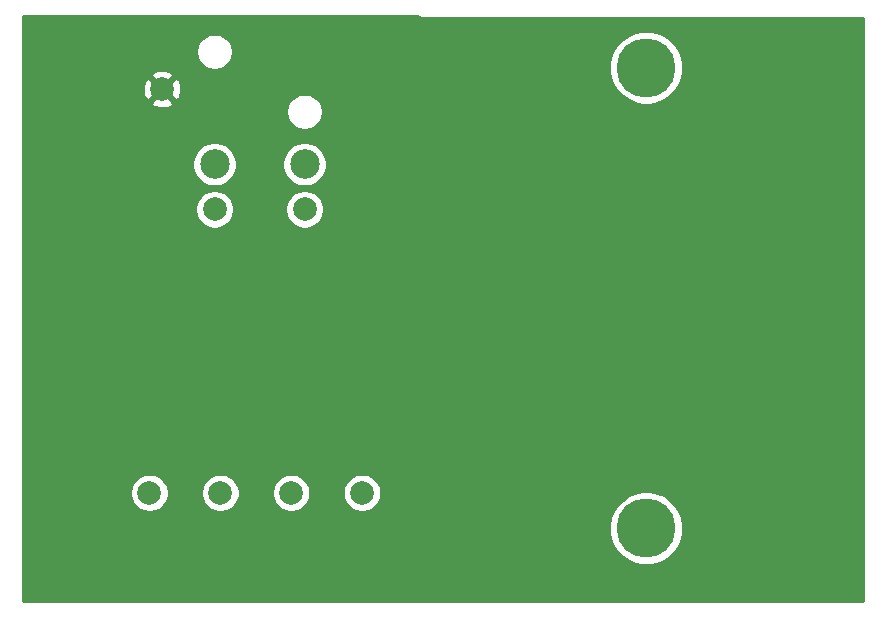
<source format=gbr>
%TF.GenerationSoftware,KiCad,Pcbnew,(5.1.10)-1*%
%TF.CreationDate,2022-11-15T17:47:35-07:00*%
%TF.ProjectId,Stepper_to_XLR4,53746570-7065-4725-9f74-6f5f584c5234,rev?*%
%TF.SameCoordinates,Original*%
%TF.FileFunction,Copper,L2,Bot*%
%TF.FilePolarity,Positive*%
%FSLAX46Y46*%
G04 Gerber Fmt 4.6, Leading zero omitted, Abs format (unit mm)*
G04 Created by KiCad (PCBNEW (5.1.10)-1) date 2022-11-15 17:47:35*
%MOMM*%
%LPD*%
G01*
G04 APERTURE LIST*
%TA.AperFunction,WasherPad*%
%ADD10C,5.000000*%
%TD*%
%TA.AperFunction,ComponentPad*%
%ADD11C,2.000000*%
%TD*%
%TA.AperFunction,ComponentPad*%
%ADD12C,2.500000*%
%TD*%
%TA.AperFunction,Conductor*%
%ADD13C,0.254000*%
%TD*%
%TA.AperFunction,Conductor*%
%ADD14C,0.100000*%
%TD*%
G04 APERTURE END LIST*
D10*
%TO.P,MH4,*%
%TO.N,*%
X19050000Y-44000000D03*
%TD*%
%TO.P,MH1,*%
%TO.N,*%
X19050000Y-5000000D03*
%TD*%
D11*
%TO.P,J1,4*%
%TO.N,Net-(J1-Pad4)*%
X-5000000Y-41000000D03*
%TO.P,J1,3*%
%TO.N,Net-(J1-Pad3)*%
X-11000000Y-41000000D03*
%TO.P,J1,2*%
%TO.N,Net-(J1-Pad2)*%
X-17000000Y-41000000D03*
%TO.P,J1,1*%
%TO.N,Net-(J1-Pad1)*%
X-23000000Y-41000000D03*
%TD*%
%TO.P,PS1,5*%
%TO.N,GND*%
X-21930000Y-6815000D03*
%TO.P,PS1,4*%
%TO.N,Net-(J1-Pad4)*%
X-9870000Y-16985000D03*
D12*
%TO.P,PS1,3*%
%TO.N,Net-(J1-Pad3)*%
X-9870000Y-13170000D03*
%TO.P,PS1,2*%
%TO.N,Net-(J1-Pad2)*%
X-17490000Y-13170000D03*
D11*
%TO.P,PS1,1*%
%TO.N,Net-(J1-Pad1)*%
X-17490000Y-16985000D03*
%TD*%
D13*
%TO.N,GND*%
X-292247Y-705546D02*
X-148986Y-749003D01*
X-37333Y-760000D01*
X37440001Y-760000D01*
X37440000Y-50140000D01*
X-33740000Y-50140000D01*
X-33740000Y-43691229D01*
X15915000Y-43691229D01*
X15915000Y-44308771D01*
X16035476Y-44914446D01*
X16271799Y-45484979D01*
X16614886Y-45998446D01*
X17051554Y-46435114D01*
X17565021Y-46778201D01*
X18135554Y-47014524D01*
X18741229Y-47135000D01*
X19358771Y-47135000D01*
X19964446Y-47014524D01*
X20534979Y-46778201D01*
X21048446Y-46435114D01*
X21485114Y-45998446D01*
X21828201Y-45484979D01*
X22064524Y-44914446D01*
X22185000Y-44308771D01*
X22185000Y-43691229D01*
X22064524Y-43085554D01*
X21828201Y-42515021D01*
X21485114Y-42001554D01*
X21048446Y-41564886D01*
X20534979Y-41221799D01*
X19964446Y-40985476D01*
X19358771Y-40865000D01*
X18741229Y-40865000D01*
X18135554Y-40985476D01*
X17565021Y-41221799D01*
X17051554Y-41564886D01*
X16614886Y-42001554D01*
X16271799Y-42515021D01*
X16035476Y-43085554D01*
X15915000Y-43691229D01*
X-33740000Y-43691229D01*
X-33740000Y-40838967D01*
X-24635000Y-40838967D01*
X-24635000Y-41161033D01*
X-24572168Y-41476912D01*
X-24448918Y-41774463D01*
X-24269987Y-42042252D01*
X-24042252Y-42269987D01*
X-23774463Y-42448918D01*
X-23476912Y-42572168D01*
X-23161033Y-42635000D01*
X-22838967Y-42635000D01*
X-22523088Y-42572168D01*
X-22225537Y-42448918D01*
X-21957748Y-42269987D01*
X-21730013Y-42042252D01*
X-21551082Y-41774463D01*
X-21427832Y-41476912D01*
X-21365000Y-41161033D01*
X-21365000Y-40838967D01*
X-18635000Y-40838967D01*
X-18635000Y-41161033D01*
X-18572168Y-41476912D01*
X-18448918Y-41774463D01*
X-18269987Y-42042252D01*
X-18042252Y-42269987D01*
X-17774463Y-42448918D01*
X-17476912Y-42572168D01*
X-17161033Y-42635000D01*
X-16838967Y-42635000D01*
X-16523088Y-42572168D01*
X-16225537Y-42448918D01*
X-15957748Y-42269987D01*
X-15730013Y-42042252D01*
X-15551082Y-41774463D01*
X-15427832Y-41476912D01*
X-15365000Y-41161033D01*
X-15365000Y-40838967D01*
X-12635000Y-40838967D01*
X-12635000Y-41161033D01*
X-12572168Y-41476912D01*
X-12448918Y-41774463D01*
X-12269987Y-42042252D01*
X-12042252Y-42269987D01*
X-11774463Y-42448918D01*
X-11476912Y-42572168D01*
X-11161033Y-42635000D01*
X-10838967Y-42635000D01*
X-10523088Y-42572168D01*
X-10225537Y-42448918D01*
X-9957748Y-42269987D01*
X-9730013Y-42042252D01*
X-9551082Y-41774463D01*
X-9427832Y-41476912D01*
X-9365000Y-41161033D01*
X-9365000Y-40838967D01*
X-6635000Y-40838967D01*
X-6635000Y-41161033D01*
X-6572168Y-41476912D01*
X-6448918Y-41774463D01*
X-6269987Y-42042252D01*
X-6042252Y-42269987D01*
X-5774463Y-42448918D01*
X-5476912Y-42572168D01*
X-5161033Y-42635000D01*
X-4838967Y-42635000D01*
X-4523088Y-42572168D01*
X-4225537Y-42448918D01*
X-3957748Y-42269987D01*
X-3730013Y-42042252D01*
X-3551082Y-41774463D01*
X-3427832Y-41476912D01*
X-3365000Y-41161033D01*
X-3365000Y-40838967D01*
X-3427832Y-40523088D01*
X-3551082Y-40225537D01*
X-3730013Y-39957748D01*
X-3957748Y-39730013D01*
X-4225537Y-39551082D01*
X-4523088Y-39427832D01*
X-4838967Y-39365000D01*
X-5161033Y-39365000D01*
X-5476912Y-39427832D01*
X-5774463Y-39551082D01*
X-6042252Y-39730013D01*
X-6269987Y-39957748D01*
X-6448918Y-40225537D01*
X-6572168Y-40523088D01*
X-6635000Y-40838967D01*
X-9365000Y-40838967D01*
X-9427832Y-40523088D01*
X-9551082Y-40225537D01*
X-9730013Y-39957748D01*
X-9957748Y-39730013D01*
X-10225537Y-39551082D01*
X-10523088Y-39427832D01*
X-10838967Y-39365000D01*
X-11161033Y-39365000D01*
X-11476912Y-39427832D01*
X-11774463Y-39551082D01*
X-12042252Y-39730013D01*
X-12269987Y-39957748D01*
X-12448918Y-40225537D01*
X-12572168Y-40523088D01*
X-12635000Y-40838967D01*
X-15365000Y-40838967D01*
X-15427832Y-40523088D01*
X-15551082Y-40225537D01*
X-15730013Y-39957748D01*
X-15957748Y-39730013D01*
X-16225537Y-39551082D01*
X-16523088Y-39427832D01*
X-16838967Y-39365000D01*
X-17161033Y-39365000D01*
X-17476912Y-39427832D01*
X-17774463Y-39551082D01*
X-18042252Y-39730013D01*
X-18269987Y-39957748D01*
X-18448918Y-40225537D01*
X-18572168Y-40523088D01*
X-18635000Y-40838967D01*
X-21365000Y-40838967D01*
X-21427832Y-40523088D01*
X-21551082Y-40225537D01*
X-21730013Y-39957748D01*
X-21957748Y-39730013D01*
X-22225537Y-39551082D01*
X-22523088Y-39427832D01*
X-22838967Y-39365000D01*
X-23161033Y-39365000D01*
X-23476912Y-39427832D01*
X-23774463Y-39551082D01*
X-24042252Y-39730013D01*
X-24269987Y-39957748D01*
X-24448918Y-40225537D01*
X-24572168Y-40523088D01*
X-24635000Y-40838967D01*
X-33740000Y-40838967D01*
X-33740000Y-16823967D01*
X-19125000Y-16823967D01*
X-19125000Y-17146033D01*
X-19062168Y-17461912D01*
X-18938918Y-17759463D01*
X-18759987Y-18027252D01*
X-18532252Y-18254987D01*
X-18264463Y-18433918D01*
X-17966912Y-18557168D01*
X-17651033Y-18620000D01*
X-17328967Y-18620000D01*
X-17013088Y-18557168D01*
X-16715537Y-18433918D01*
X-16447748Y-18254987D01*
X-16220013Y-18027252D01*
X-16041082Y-17759463D01*
X-15917832Y-17461912D01*
X-15855000Y-17146033D01*
X-15855000Y-16823967D01*
X-11505000Y-16823967D01*
X-11505000Y-17146033D01*
X-11442168Y-17461912D01*
X-11318918Y-17759463D01*
X-11139987Y-18027252D01*
X-10912252Y-18254987D01*
X-10644463Y-18433918D01*
X-10346912Y-18557168D01*
X-10031033Y-18620000D01*
X-9708967Y-18620000D01*
X-9393088Y-18557168D01*
X-9095537Y-18433918D01*
X-8827748Y-18254987D01*
X-8600013Y-18027252D01*
X-8421082Y-17759463D01*
X-8297832Y-17461912D01*
X-8235000Y-17146033D01*
X-8235000Y-16823967D01*
X-8297832Y-16508088D01*
X-8421082Y-16210537D01*
X-8600013Y-15942748D01*
X-8827748Y-15715013D01*
X-9095537Y-15536082D01*
X-9393088Y-15412832D01*
X-9708967Y-15350000D01*
X-10031033Y-15350000D01*
X-10346912Y-15412832D01*
X-10644463Y-15536082D01*
X-10912252Y-15715013D01*
X-11139987Y-15942748D01*
X-11318918Y-16210537D01*
X-11442168Y-16508088D01*
X-11505000Y-16823967D01*
X-15855000Y-16823967D01*
X-15917832Y-16508088D01*
X-16041082Y-16210537D01*
X-16220013Y-15942748D01*
X-16447748Y-15715013D01*
X-16715537Y-15536082D01*
X-17013088Y-15412832D01*
X-17328967Y-15350000D01*
X-17651033Y-15350000D01*
X-17966912Y-15412832D01*
X-18264463Y-15536082D01*
X-18532252Y-15715013D01*
X-18759987Y-15942748D01*
X-18938918Y-16210537D01*
X-19062168Y-16508088D01*
X-19125000Y-16823967D01*
X-33740000Y-16823967D01*
X-33740000Y-12984344D01*
X-19375000Y-12984344D01*
X-19375000Y-13355656D01*
X-19302561Y-13719834D01*
X-19160466Y-14062882D01*
X-18954175Y-14371618D01*
X-18691618Y-14634175D01*
X-18382882Y-14840466D01*
X-18039834Y-14982561D01*
X-17675656Y-15055000D01*
X-17304344Y-15055000D01*
X-16940166Y-14982561D01*
X-16597118Y-14840466D01*
X-16288382Y-14634175D01*
X-16025825Y-14371618D01*
X-15819534Y-14062882D01*
X-15677439Y-13719834D01*
X-15605000Y-13355656D01*
X-15605000Y-12984344D01*
X-11755000Y-12984344D01*
X-11755000Y-13355656D01*
X-11682561Y-13719834D01*
X-11540466Y-14062882D01*
X-11334175Y-14371618D01*
X-11071618Y-14634175D01*
X-10762882Y-14840466D01*
X-10419834Y-14982561D01*
X-10055656Y-15055000D01*
X-9684344Y-15055000D01*
X-9320166Y-14982561D01*
X-8977118Y-14840466D01*
X-8668382Y-14634175D01*
X-8405825Y-14371618D01*
X-8199534Y-14062882D01*
X-8057439Y-13719834D01*
X-7985000Y-13355656D01*
X-7985000Y-12984344D01*
X-8057439Y-12620166D01*
X-8199534Y-12277118D01*
X-8405825Y-11968382D01*
X-8668382Y-11705825D01*
X-8977118Y-11499534D01*
X-9320166Y-11357439D01*
X-9684344Y-11285000D01*
X-10055656Y-11285000D01*
X-10419834Y-11357439D01*
X-10762882Y-11499534D01*
X-11071618Y-11705825D01*
X-11334175Y-11968382D01*
X-11540466Y-12277118D01*
X-11682561Y-12620166D01*
X-11755000Y-12984344D01*
X-15605000Y-12984344D01*
X-15677439Y-12620166D01*
X-15819534Y-12277118D01*
X-16025825Y-11968382D01*
X-16288382Y-11705825D01*
X-16597118Y-11499534D01*
X-16940166Y-11357439D01*
X-17304344Y-11285000D01*
X-17675656Y-11285000D01*
X-18039834Y-11357439D01*
X-18382882Y-11499534D01*
X-18691618Y-11705825D01*
X-18954175Y-11968382D01*
X-19160466Y-12277118D01*
X-19302561Y-12620166D01*
X-19375000Y-12984344D01*
X-33740000Y-12984344D01*
X-33740000Y-8573816D01*
X-11405000Y-8573816D01*
X-11405000Y-8876184D01*
X-11346011Y-9172743D01*
X-11230299Y-9452095D01*
X-11062312Y-9703505D01*
X-10848505Y-9917312D01*
X-10597095Y-10085299D01*
X-10317743Y-10201011D01*
X-10021184Y-10260000D01*
X-9718816Y-10260000D01*
X-9422257Y-10201011D01*
X-9142905Y-10085299D01*
X-8891495Y-9917312D01*
X-8677688Y-9703505D01*
X-8509701Y-9452095D01*
X-8393989Y-9172743D01*
X-8335000Y-8876184D01*
X-8335000Y-8573816D01*
X-8393989Y-8277257D01*
X-8509701Y-7997905D01*
X-8677688Y-7746495D01*
X-8891495Y-7532688D01*
X-9142905Y-7364701D01*
X-9422257Y-7248989D01*
X-9718816Y-7190000D01*
X-10021184Y-7190000D01*
X-10317743Y-7248989D01*
X-10597095Y-7364701D01*
X-10848505Y-7532688D01*
X-11062312Y-7746495D01*
X-11230299Y-7997905D01*
X-11346011Y-8277257D01*
X-11405000Y-8573816D01*
X-33740000Y-8573816D01*
X-33740000Y-7950413D01*
X-22885808Y-7950413D01*
X-22790044Y-8214814D01*
X-22500429Y-8355704D01*
X-22188892Y-8437384D01*
X-21867405Y-8456718D01*
X-21548325Y-8412961D01*
X-21243912Y-8307795D01*
X-21069956Y-8214814D01*
X-20974192Y-7950413D01*
X-21930000Y-6994605D01*
X-22885808Y-7950413D01*
X-33740000Y-7950413D01*
X-33740000Y-6877595D01*
X-23571718Y-6877595D01*
X-23527961Y-7196675D01*
X-23422795Y-7501088D01*
X-23329814Y-7675044D01*
X-23065413Y-7770808D01*
X-22109605Y-6815000D01*
X-21750395Y-6815000D01*
X-20794587Y-7770808D01*
X-20530186Y-7675044D01*
X-20389296Y-7385429D01*
X-20307616Y-7073892D01*
X-20288282Y-6752405D01*
X-20332039Y-6433325D01*
X-20437205Y-6128912D01*
X-20530186Y-5954956D01*
X-20794587Y-5859192D01*
X-21750395Y-6815000D01*
X-22109605Y-6815000D01*
X-23065413Y-5859192D01*
X-23329814Y-5954956D01*
X-23470704Y-6244571D01*
X-23552384Y-6556108D01*
X-23571718Y-6877595D01*
X-33740000Y-6877595D01*
X-33740000Y-5679587D01*
X-22885808Y-5679587D01*
X-21930000Y-6635395D01*
X-20974192Y-5679587D01*
X-21069956Y-5415186D01*
X-21359571Y-5274296D01*
X-21671108Y-5192616D01*
X-21992595Y-5173282D01*
X-22311675Y-5217039D01*
X-22616088Y-5322205D01*
X-22790044Y-5415186D01*
X-22885808Y-5679587D01*
X-33740000Y-5679587D01*
X-33740000Y-3493816D01*
X-19025000Y-3493816D01*
X-19025000Y-3796184D01*
X-18966011Y-4092743D01*
X-18850299Y-4372095D01*
X-18682312Y-4623505D01*
X-18468505Y-4837312D01*
X-18217095Y-5005299D01*
X-17937743Y-5121011D01*
X-17641184Y-5180000D01*
X-17338816Y-5180000D01*
X-17042257Y-5121011D01*
X-16762905Y-5005299D01*
X-16511495Y-4837312D01*
X-16365412Y-4691229D01*
X15915000Y-4691229D01*
X15915000Y-5308771D01*
X16035476Y-5914446D01*
X16271799Y-6484979D01*
X16614886Y-6998446D01*
X17051554Y-7435114D01*
X17565021Y-7778201D01*
X18135554Y-8014524D01*
X18741229Y-8135000D01*
X19358771Y-8135000D01*
X19964446Y-8014524D01*
X20534979Y-7778201D01*
X21048446Y-7435114D01*
X21485114Y-6998446D01*
X21828201Y-6484979D01*
X22064524Y-5914446D01*
X22185000Y-5308771D01*
X22185000Y-4691229D01*
X22064524Y-4085554D01*
X21828201Y-3515021D01*
X21485114Y-3001554D01*
X21048446Y-2564886D01*
X20534979Y-2221799D01*
X19964446Y-1985476D01*
X19358771Y-1865000D01*
X18741229Y-1865000D01*
X18135554Y-1985476D01*
X17565021Y-2221799D01*
X17051554Y-2564886D01*
X16614886Y-3001554D01*
X16271799Y-3515021D01*
X16035476Y-4085554D01*
X15915000Y-4691229D01*
X-16365412Y-4691229D01*
X-16297688Y-4623505D01*
X-16129701Y-4372095D01*
X-16013989Y-4092743D01*
X-15955000Y-3796184D01*
X-15955000Y-3493816D01*
X-16013989Y-3197257D01*
X-16129701Y-2917905D01*
X-16297688Y-2666495D01*
X-16511495Y-2452688D01*
X-16762905Y-2284701D01*
X-17042257Y-2168989D01*
X-17338816Y-2110000D01*
X-17641184Y-2110000D01*
X-17937743Y-2168989D01*
X-18217095Y-2284701D01*
X-18468505Y-2452688D01*
X-18682312Y-2666495D01*
X-18850299Y-2917905D01*
X-18966011Y-3197257D01*
X-19025000Y-3493816D01*
X-33740000Y-3493816D01*
X-33740000Y-660000D01*
X-377456Y-660000D01*
X-292247Y-705546D01*
%TA.AperFunction,Conductor*%
D14*
G36*
X-292247Y-705546D02*
G01*
X-148986Y-749003D01*
X-37333Y-760000D01*
X37440001Y-760000D01*
X37440000Y-50140000D01*
X-33740000Y-50140000D01*
X-33740000Y-43691229D01*
X15915000Y-43691229D01*
X15915000Y-44308771D01*
X16035476Y-44914446D01*
X16271799Y-45484979D01*
X16614886Y-45998446D01*
X17051554Y-46435114D01*
X17565021Y-46778201D01*
X18135554Y-47014524D01*
X18741229Y-47135000D01*
X19358771Y-47135000D01*
X19964446Y-47014524D01*
X20534979Y-46778201D01*
X21048446Y-46435114D01*
X21485114Y-45998446D01*
X21828201Y-45484979D01*
X22064524Y-44914446D01*
X22185000Y-44308771D01*
X22185000Y-43691229D01*
X22064524Y-43085554D01*
X21828201Y-42515021D01*
X21485114Y-42001554D01*
X21048446Y-41564886D01*
X20534979Y-41221799D01*
X19964446Y-40985476D01*
X19358771Y-40865000D01*
X18741229Y-40865000D01*
X18135554Y-40985476D01*
X17565021Y-41221799D01*
X17051554Y-41564886D01*
X16614886Y-42001554D01*
X16271799Y-42515021D01*
X16035476Y-43085554D01*
X15915000Y-43691229D01*
X-33740000Y-43691229D01*
X-33740000Y-40838967D01*
X-24635000Y-40838967D01*
X-24635000Y-41161033D01*
X-24572168Y-41476912D01*
X-24448918Y-41774463D01*
X-24269987Y-42042252D01*
X-24042252Y-42269987D01*
X-23774463Y-42448918D01*
X-23476912Y-42572168D01*
X-23161033Y-42635000D01*
X-22838967Y-42635000D01*
X-22523088Y-42572168D01*
X-22225537Y-42448918D01*
X-21957748Y-42269987D01*
X-21730013Y-42042252D01*
X-21551082Y-41774463D01*
X-21427832Y-41476912D01*
X-21365000Y-41161033D01*
X-21365000Y-40838967D01*
X-18635000Y-40838967D01*
X-18635000Y-41161033D01*
X-18572168Y-41476912D01*
X-18448918Y-41774463D01*
X-18269987Y-42042252D01*
X-18042252Y-42269987D01*
X-17774463Y-42448918D01*
X-17476912Y-42572168D01*
X-17161033Y-42635000D01*
X-16838967Y-42635000D01*
X-16523088Y-42572168D01*
X-16225537Y-42448918D01*
X-15957748Y-42269987D01*
X-15730013Y-42042252D01*
X-15551082Y-41774463D01*
X-15427832Y-41476912D01*
X-15365000Y-41161033D01*
X-15365000Y-40838967D01*
X-12635000Y-40838967D01*
X-12635000Y-41161033D01*
X-12572168Y-41476912D01*
X-12448918Y-41774463D01*
X-12269987Y-42042252D01*
X-12042252Y-42269987D01*
X-11774463Y-42448918D01*
X-11476912Y-42572168D01*
X-11161033Y-42635000D01*
X-10838967Y-42635000D01*
X-10523088Y-42572168D01*
X-10225537Y-42448918D01*
X-9957748Y-42269987D01*
X-9730013Y-42042252D01*
X-9551082Y-41774463D01*
X-9427832Y-41476912D01*
X-9365000Y-41161033D01*
X-9365000Y-40838967D01*
X-6635000Y-40838967D01*
X-6635000Y-41161033D01*
X-6572168Y-41476912D01*
X-6448918Y-41774463D01*
X-6269987Y-42042252D01*
X-6042252Y-42269987D01*
X-5774463Y-42448918D01*
X-5476912Y-42572168D01*
X-5161033Y-42635000D01*
X-4838967Y-42635000D01*
X-4523088Y-42572168D01*
X-4225537Y-42448918D01*
X-3957748Y-42269987D01*
X-3730013Y-42042252D01*
X-3551082Y-41774463D01*
X-3427832Y-41476912D01*
X-3365000Y-41161033D01*
X-3365000Y-40838967D01*
X-3427832Y-40523088D01*
X-3551082Y-40225537D01*
X-3730013Y-39957748D01*
X-3957748Y-39730013D01*
X-4225537Y-39551082D01*
X-4523088Y-39427832D01*
X-4838967Y-39365000D01*
X-5161033Y-39365000D01*
X-5476912Y-39427832D01*
X-5774463Y-39551082D01*
X-6042252Y-39730013D01*
X-6269987Y-39957748D01*
X-6448918Y-40225537D01*
X-6572168Y-40523088D01*
X-6635000Y-40838967D01*
X-9365000Y-40838967D01*
X-9427832Y-40523088D01*
X-9551082Y-40225537D01*
X-9730013Y-39957748D01*
X-9957748Y-39730013D01*
X-10225537Y-39551082D01*
X-10523088Y-39427832D01*
X-10838967Y-39365000D01*
X-11161033Y-39365000D01*
X-11476912Y-39427832D01*
X-11774463Y-39551082D01*
X-12042252Y-39730013D01*
X-12269987Y-39957748D01*
X-12448918Y-40225537D01*
X-12572168Y-40523088D01*
X-12635000Y-40838967D01*
X-15365000Y-40838967D01*
X-15427832Y-40523088D01*
X-15551082Y-40225537D01*
X-15730013Y-39957748D01*
X-15957748Y-39730013D01*
X-16225537Y-39551082D01*
X-16523088Y-39427832D01*
X-16838967Y-39365000D01*
X-17161033Y-39365000D01*
X-17476912Y-39427832D01*
X-17774463Y-39551082D01*
X-18042252Y-39730013D01*
X-18269987Y-39957748D01*
X-18448918Y-40225537D01*
X-18572168Y-40523088D01*
X-18635000Y-40838967D01*
X-21365000Y-40838967D01*
X-21427832Y-40523088D01*
X-21551082Y-40225537D01*
X-21730013Y-39957748D01*
X-21957748Y-39730013D01*
X-22225537Y-39551082D01*
X-22523088Y-39427832D01*
X-22838967Y-39365000D01*
X-23161033Y-39365000D01*
X-23476912Y-39427832D01*
X-23774463Y-39551082D01*
X-24042252Y-39730013D01*
X-24269987Y-39957748D01*
X-24448918Y-40225537D01*
X-24572168Y-40523088D01*
X-24635000Y-40838967D01*
X-33740000Y-40838967D01*
X-33740000Y-16823967D01*
X-19125000Y-16823967D01*
X-19125000Y-17146033D01*
X-19062168Y-17461912D01*
X-18938918Y-17759463D01*
X-18759987Y-18027252D01*
X-18532252Y-18254987D01*
X-18264463Y-18433918D01*
X-17966912Y-18557168D01*
X-17651033Y-18620000D01*
X-17328967Y-18620000D01*
X-17013088Y-18557168D01*
X-16715537Y-18433918D01*
X-16447748Y-18254987D01*
X-16220013Y-18027252D01*
X-16041082Y-17759463D01*
X-15917832Y-17461912D01*
X-15855000Y-17146033D01*
X-15855000Y-16823967D01*
X-11505000Y-16823967D01*
X-11505000Y-17146033D01*
X-11442168Y-17461912D01*
X-11318918Y-17759463D01*
X-11139987Y-18027252D01*
X-10912252Y-18254987D01*
X-10644463Y-18433918D01*
X-10346912Y-18557168D01*
X-10031033Y-18620000D01*
X-9708967Y-18620000D01*
X-9393088Y-18557168D01*
X-9095537Y-18433918D01*
X-8827748Y-18254987D01*
X-8600013Y-18027252D01*
X-8421082Y-17759463D01*
X-8297832Y-17461912D01*
X-8235000Y-17146033D01*
X-8235000Y-16823967D01*
X-8297832Y-16508088D01*
X-8421082Y-16210537D01*
X-8600013Y-15942748D01*
X-8827748Y-15715013D01*
X-9095537Y-15536082D01*
X-9393088Y-15412832D01*
X-9708967Y-15350000D01*
X-10031033Y-15350000D01*
X-10346912Y-15412832D01*
X-10644463Y-15536082D01*
X-10912252Y-15715013D01*
X-11139987Y-15942748D01*
X-11318918Y-16210537D01*
X-11442168Y-16508088D01*
X-11505000Y-16823967D01*
X-15855000Y-16823967D01*
X-15917832Y-16508088D01*
X-16041082Y-16210537D01*
X-16220013Y-15942748D01*
X-16447748Y-15715013D01*
X-16715537Y-15536082D01*
X-17013088Y-15412832D01*
X-17328967Y-15350000D01*
X-17651033Y-15350000D01*
X-17966912Y-15412832D01*
X-18264463Y-15536082D01*
X-18532252Y-15715013D01*
X-18759987Y-15942748D01*
X-18938918Y-16210537D01*
X-19062168Y-16508088D01*
X-19125000Y-16823967D01*
X-33740000Y-16823967D01*
X-33740000Y-12984344D01*
X-19375000Y-12984344D01*
X-19375000Y-13355656D01*
X-19302561Y-13719834D01*
X-19160466Y-14062882D01*
X-18954175Y-14371618D01*
X-18691618Y-14634175D01*
X-18382882Y-14840466D01*
X-18039834Y-14982561D01*
X-17675656Y-15055000D01*
X-17304344Y-15055000D01*
X-16940166Y-14982561D01*
X-16597118Y-14840466D01*
X-16288382Y-14634175D01*
X-16025825Y-14371618D01*
X-15819534Y-14062882D01*
X-15677439Y-13719834D01*
X-15605000Y-13355656D01*
X-15605000Y-12984344D01*
X-11755000Y-12984344D01*
X-11755000Y-13355656D01*
X-11682561Y-13719834D01*
X-11540466Y-14062882D01*
X-11334175Y-14371618D01*
X-11071618Y-14634175D01*
X-10762882Y-14840466D01*
X-10419834Y-14982561D01*
X-10055656Y-15055000D01*
X-9684344Y-15055000D01*
X-9320166Y-14982561D01*
X-8977118Y-14840466D01*
X-8668382Y-14634175D01*
X-8405825Y-14371618D01*
X-8199534Y-14062882D01*
X-8057439Y-13719834D01*
X-7985000Y-13355656D01*
X-7985000Y-12984344D01*
X-8057439Y-12620166D01*
X-8199534Y-12277118D01*
X-8405825Y-11968382D01*
X-8668382Y-11705825D01*
X-8977118Y-11499534D01*
X-9320166Y-11357439D01*
X-9684344Y-11285000D01*
X-10055656Y-11285000D01*
X-10419834Y-11357439D01*
X-10762882Y-11499534D01*
X-11071618Y-11705825D01*
X-11334175Y-11968382D01*
X-11540466Y-12277118D01*
X-11682561Y-12620166D01*
X-11755000Y-12984344D01*
X-15605000Y-12984344D01*
X-15677439Y-12620166D01*
X-15819534Y-12277118D01*
X-16025825Y-11968382D01*
X-16288382Y-11705825D01*
X-16597118Y-11499534D01*
X-16940166Y-11357439D01*
X-17304344Y-11285000D01*
X-17675656Y-11285000D01*
X-18039834Y-11357439D01*
X-18382882Y-11499534D01*
X-18691618Y-11705825D01*
X-18954175Y-11968382D01*
X-19160466Y-12277118D01*
X-19302561Y-12620166D01*
X-19375000Y-12984344D01*
X-33740000Y-12984344D01*
X-33740000Y-8573816D01*
X-11405000Y-8573816D01*
X-11405000Y-8876184D01*
X-11346011Y-9172743D01*
X-11230299Y-9452095D01*
X-11062312Y-9703505D01*
X-10848505Y-9917312D01*
X-10597095Y-10085299D01*
X-10317743Y-10201011D01*
X-10021184Y-10260000D01*
X-9718816Y-10260000D01*
X-9422257Y-10201011D01*
X-9142905Y-10085299D01*
X-8891495Y-9917312D01*
X-8677688Y-9703505D01*
X-8509701Y-9452095D01*
X-8393989Y-9172743D01*
X-8335000Y-8876184D01*
X-8335000Y-8573816D01*
X-8393989Y-8277257D01*
X-8509701Y-7997905D01*
X-8677688Y-7746495D01*
X-8891495Y-7532688D01*
X-9142905Y-7364701D01*
X-9422257Y-7248989D01*
X-9718816Y-7190000D01*
X-10021184Y-7190000D01*
X-10317743Y-7248989D01*
X-10597095Y-7364701D01*
X-10848505Y-7532688D01*
X-11062312Y-7746495D01*
X-11230299Y-7997905D01*
X-11346011Y-8277257D01*
X-11405000Y-8573816D01*
X-33740000Y-8573816D01*
X-33740000Y-7950413D01*
X-22885808Y-7950413D01*
X-22790044Y-8214814D01*
X-22500429Y-8355704D01*
X-22188892Y-8437384D01*
X-21867405Y-8456718D01*
X-21548325Y-8412961D01*
X-21243912Y-8307795D01*
X-21069956Y-8214814D01*
X-20974192Y-7950413D01*
X-21930000Y-6994605D01*
X-22885808Y-7950413D01*
X-33740000Y-7950413D01*
X-33740000Y-6877595D01*
X-23571718Y-6877595D01*
X-23527961Y-7196675D01*
X-23422795Y-7501088D01*
X-23329814Y-7675044D01*
X-23065413Y-7770808D01*
X-22109605Y-6815000D01*
X-21750395Y-6815000D01*
X-20794587Y-7770808D01*
X-20530186Y-7675044D01*
X-20389296Y-7385429D01*
X-20307616Y-7073892D01*
X-20288282Y-6752405D01*
X-20332039Y-6433325D01*
X-20437205Y-6128912D01*
X-20530186Y-5954956D01*
X-20794587Y-5859192D01*
X-21750395Y-6815000D01*
X-22109605Y-6815000D01*
X-23065413Y-5859192D01*
X-23329814Y-5954956D01*
X-23470704Y-6244571D01*
X-23552384Y-6556108D01*
X-23571718Y-6877595D01*
X-33740000Y-6877595D01*
X-33740000Y-5679587D01*
X-22885808Y-5679587D01*
X-21930000Y-6635395D01*
X-20974192Y-5679587D01*
X-21069956Y-5415186D01*
X-21359571Y-5274296D01*
X-21671108Y-5192616D01*
X-21992595Y-5173282D01*
X-22311675Y-5217039D01*
X-22616088Y-5322205D01*
X-22790044Y-5415186D01*
X-22885808Y-5679587D01*
X-33740000Y-5679587D01*
X-33740000Y-3493816D01*
X-19025000Y-3493816D01*
X-19025000Y-3796184D01*
X-18966011Y-4092743D01*
X-18850299Y-4372095D01*
X-18682312Y-4623505D01*
X-18468505Y-4837312D01*
X-18217095Y-5005299D01*
X-17937743Y-5121011D01*
X-17641184Y-5180000D01*
X-17338816Y-5180000D01*
X-17042257Y-5121011D01*
X-16762905Y-5005299D01*
X-16511495Y-4837312D01*
X-16365412Y-4691229D01*
X15915000Y-4691229D01*
X15915000Y-5308771D01*
X16035476Y-5914446D01*
X16271799Y-6484979D01*
X16614886Y-6998446D01*
X17051554Y-7435114D01*
X17565021Y-7778201D01*
X18135554Y-8014524D01*
X18741229Y-8135000D01*
X19358771Y-8135000D01*
X19964446Y-8014524D01*
X20534979Y-7778201D01*
X21048446Y-7435114D01*
X21485114Y-6998446D01*
X21828201Y-6484979D01*
X22064524Y-5914446D01*
X22185000Y-5308771D01*
X22185000Y-4691229D01*
X22064524Y-4085554D01*
X21828201Y-3515021D01*
X21485114Y-3001554D01*
X21048446Y-2564886D01*
X20534979Y-2221799D01*
X19964446Y-1985476D01*
X19358771Y-1865000D01*
X18741229Y-1865000D01*
X18135554Y-1985476D01*
X17565021Y-2221799D01*
X17051554Y-2564886D01*
X16614886Y-3001554D01*
X16271799Y-3515021D01*
X16035476Y-4085554D01*
X15915000Y-4691229D01*
X-16365412Y-4691229D01*
X-16297688Y-4623505D01*
X-16129701Y-4372095D01*
X-16013989Y-4092743D01*
X-15955000Y-3796184D01*
X-15955000Y-3493816D01*
X-16013989Y-3197257D01*
X-16129701Y-2917905D01*
X-16297688Y-2666495D01*
X-16511495Y-2452688D01*
X-16762905Y-2284701D01*
X-17042257Y-2168989D01*
X-17338816Y-2110000D01*
X-17641184Y-2110000D01*
X-17937743Y-2168989D01*
X-18217095Y-2284701D01*
X-18468505Y-2452688D01*
X-18682312Y-2666495D01*
X-18850299Y-2917905D01*
X-18966011Y-3197257D01*
X-19025000Y-3493816D01*
X-33740000Y-3493816D01*
X-33740000Y-660000D01*
X-377456Y-660000D01*
X-292247Y-705546D01*
G37*
%TD.AperFunction*%
%TD*%
M02*

</source>
